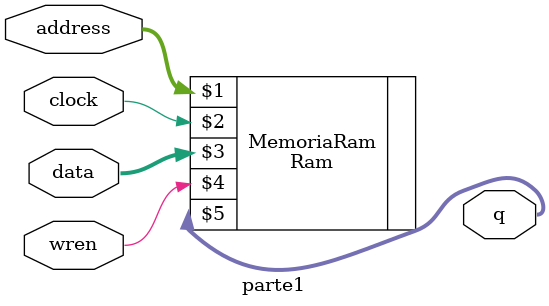
<source format=v>
/*
LABORATÓRIO DE ARQUITETURA E ORGANIZAÇÃO DE COMPUTADORES II
PARTE 1 - PROJETO 1
ERICK HENRIQUE DUTRA DE SOUZA
MARINA BERNARDES DINIZ
*/

module parte1 (address, data, clock, wren, q);

    input    [4:0]  address;
    input      clock, wren;
    input [7:0]  data;
    output [7:0]  q;
	 
/*	 Ram ram0(5'b00001, clock, 8'b00000011, 1, q_outE);
	 Ram ram1(5'b00011, clock, 8'b00001000, 1, q_outM);
	 
initial begin
            $display("Testando RAM ...");
            $monitor(" Endereco = %b  esc = %b     dado = %b saida = %b ", address, wren,  data, q);
        end
		  
	        always@(*)
            case(address)
                5'b00001: 
                    begin
                        if(wren == 1)
                            data <= 8'b00000011;
								else
									 data <= q_outE;
                    end

                5'b00011: 
                    begin
                        if(wren == 1)
                            data <= 8'b00001000;
								else
									 data <= q_outM;
                    end

                default: 
                    begin
								if(wren == 1)
										 data <= 8'b00000000;
									else
										 data <= 8'b00000000;
                            
                    end
            endcase*/

    Ram MemoriaRam(address, clock, data, wren, q);

endmodule
</source>
